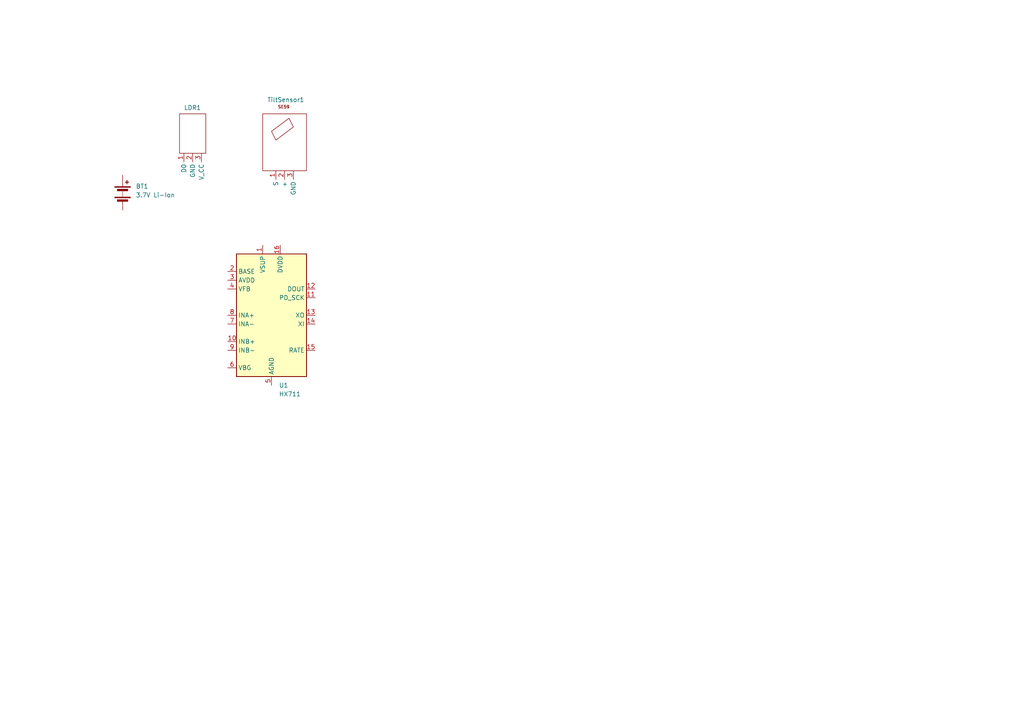
<source format=kicad_sch>
(kicad_sch (version 20250114) (generator "eeschema") (generator_version "9.0")
  (paper "A4")
  (lib_symbols
    (symbol "Analog_ADC:HX711"
      (property "Reference" "U" (at 5.08 21.59 0))
      (property "Value" "HX711" (at 7.62 19.05 0))
      (symbol "HX711_0_1"
        (rectangle (start -10.16 17.78) (end 10.16 -17.78) (stroke (width 0.254)) (fill (type background)))
      )
      (symbol "HX711_1_1"
        (pin passive line (at -12.7 12.7 0) (length 2.54) (name "BASE") (number "2"))
        (pin power_in line (at -12.7 10.16 0) (length 2.54) (name "AVDD") (number "3"))
        (pin input line (at -12.7 7.62 0) (length 2.54) (name "VFB") (number "4"))
        (pin input line (at -12.7 0 0) (length 2.54) (name "INA+") (number "8"))
        (pin input line (at -12.7 -2.54 0) (length 2.54) (name "INA-") (number "7"))
        (pin input line (at -12.7 -7.62 0) (length 2.54) (name "INB+") (number "10"))
        (pin input line (at -12.7 -10.16 0) (length 2.54) (name "INB-") (number "9"))
        (pin passive line (at -12.7 -15.24 0) (length 2.54) (name "VBG") (number "6"))
        (pin power_in line (at -2.54 20.32 270) (length 2.54) (name "VSUP") (number "1"))
        (pin power_in line (at 0 -20.32 90) (length 2.54) (name "AGND") (number "5"))
        (pin power_in line (at 2.54 20.32 270) (length 2.54) (name "DVDD") (number "16"))
        (pin output line (at 12.7 7.62 180) (length 2.54) (name "DOUT") (number "12"))
        (pin input line (at 12.7 5.08 180) (length 2.54) (name "PD_SCK") (number "11"))
        (pin passive line (at 12.7 0 180) (length 2.54) (name "XO") (number "13"))
        (pin passive line (at 12.7 -2.54 180) (length 2.54) (name "XI") (number "14"))
        (pin input line (at 12.7 -10.16 180) (length 2.54) (name "RATE") (number "15"))
      )
    )
    (symbol "Device:Battery" (pin_numbers (hide yes)) (pin_names (offset 0) (hide yes))
      (property "Reference" "BT" (at 2.54 2.54 0))
      (property "Value" "Battery" (at 2.54 0 0))
      (symbol "Battery_0_1"
        (rectangle (start -2.286 1.778) (end 2.286 1.524) (fill (type outline)))
        (rectangle (start -2.286 -1.27) (end 2.286 -1.524) (fill (type outline)))
        (rectangle (start -1.524 1.016) (end 1.524 0.508) (fill (type outline)))
        (rectangle (start -1.524 -2.032) (end 1.524 -2.54) (fill (type outline)))
        (polyline (pts (xy 0 1.778) (xy 0 2.54)))
        (polyline (pts (xy 0 0) (xy 0 0.254)))
        (polyline (pts (xy 0 -0.508) (xy 0 -0.254)))
        (polyline (pts (xy 0 -1.016) (xy 0 -0.762)))
        (polyline (pts (xy 0.762 3.048) (xy 1.778 3.048)) (stroke (width 0.254)))
        (polyline (pts (xy 1.27 3.556) (xy 1.27 2.54)) (stroke (width 0.254)))
      )
      (symbol "Battery_1_1"
        (pin passive line (at 0 5.08 270) (length 2.54) (name "+") (number "1"))
        (pin passive line (at 0 -5.08 90) (length 2.54) (name "-") (number "2"))
      )
    )
    (symbol "New_Library:LDRModule"
      (property "Reference" "LDR" (at 0 0 0))
      (symbol "LDRModule_0_0"
        (pin output line (at -2.54 -12.7 270) (length 2.54) (name "D0") (number "1"))
        (pin power_out line (at 0 -12.7 270) (length 2.54) (name "GND") (number "2"))
        (pin power_in line (at 2.54 -12.7 270) (length 2.54) (name "V_CC") (number "3"))
      )
      (symbol "LDRModule_0_1"
        (rectangle (start -3.81 -1.27) (end 3.81 -12.7))
      )
    )
    (symbol "New_Library:TiltModule"
      (property "Reference" "TiltSensor" (at 6.604 4.064 0))
      (symbol "TiltModule_0_0"
        (pin output line (at 3.81 -16.51 270) (length 2.54) (name "S") (number "1"))
        (pin power_in line (at 6.35 -16.51 270) (length 2.54) (name "+") (number "2"))
        (pin power_out line (at 8.89 -16.51 270) (length 2.54) (name "GND") (number "3"))
      )
      (symbol "TiltModule_0_1"
        (rectangle (start 0 0) (end 12.7 -16.51))
        (polyline (pts (xy 2.54 -5.08) (xy 3.81 -7.62) (xy 8.89 -3.81) (xy 7.62 -1.27) (xy 2.54 -5.08)))
      )
      (symbol "TiltModule_1_1"
        (text "SE59\n" (at 6.096 2.032 0) (effects (font (size 0.87 0.87))))
      )
    )
  )
  (symbol (lib_id "Device:Battery") (at 35.56 55.88 0) (unit 1)
    (property "Reference" "BT1" (at 39.37 54.0384 0) (effects (justify left)))
    (property "Value" "3.7V Li-Ion" (at 39.37 56.5784 0) (effects (justify left)))
    (property "Description" "Multiple-cell battery" (effects (hide yes)))
  )
  (symbol (lib_id "New_Library:TiltModule") (at 76.2 33.02 0) (unit 1)
    (property "Reference" "TiltSensor1" (at 77.47 28.956 0) (effects (justify left)))
  )
  (symbol (lib_id "New_Library:LDRModule") (at 55.88 31.75 0) (unit 1)
    (property "Reference" "LDR1" (at 53.34 31.242 0) (effects (justify left)))
  )
  (symbol (lib_id "Analog_ADC:HX711") (at 78.74 91.44 0) (unit 1)
    (property "Reference" "U1" (at 80.8833 111.76 0) (effects (justify left)))
    (property "Value" "HX711" (at 80.8833 114.3 0) (effects (justify left)))
    (property "Footprint" "Package_SO:SOIC-16_3.9x9.9mm_P1.27mm" (effects (hide yes)))
    (property "Datasheet" "https://web.archive.org/web/20220615044707/https://akizukidenshi.com/download/ds/avia/hx711.pdf" (effects (hide yes)))
    (property "Description" "24-bit Analog-to-Digital Converter (ADC) for Weight Scales, SOIC-16 (SOP-16)" (effects (hide yes)))
  )
)
</source>
